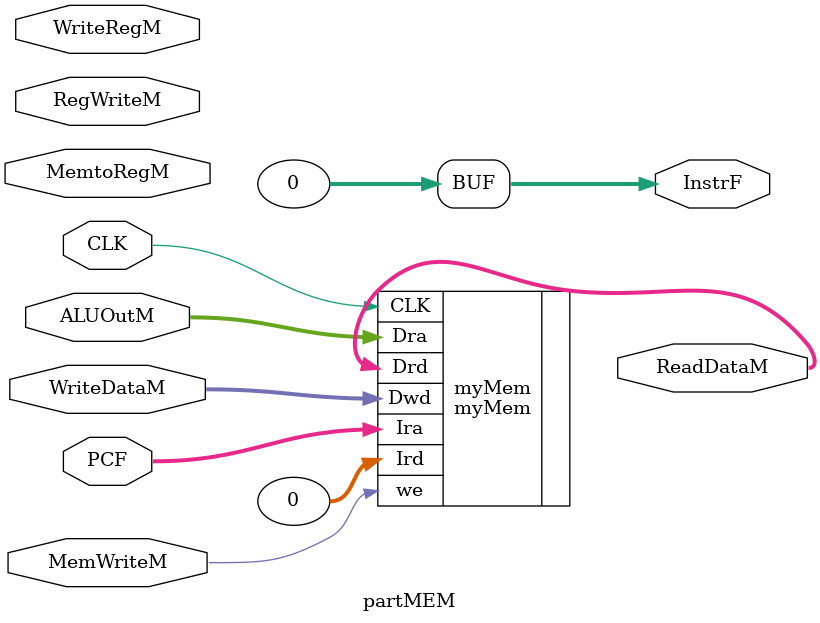
<source format=sv>
module partMEM(input logic CLK,
               input logic RegWriteM, MemtoRegM, MemWriteM,
               input logic [31:0] ALUOutM, WriteDataM, PCF,
               input logic [4:0] WriteRegM,
               output logic [31:0] ReadDataM, InstrF);

initial begin
    InstrF = 0;
end

myMem myMem(.CLK(CLK), .we(MemWriteM), .Dra(ALUOutM), .Drd(ReadDataM), .Dwd(WriteDataM), .Ira(PCF), .Ird(InstrF));

endmodule
</source>
